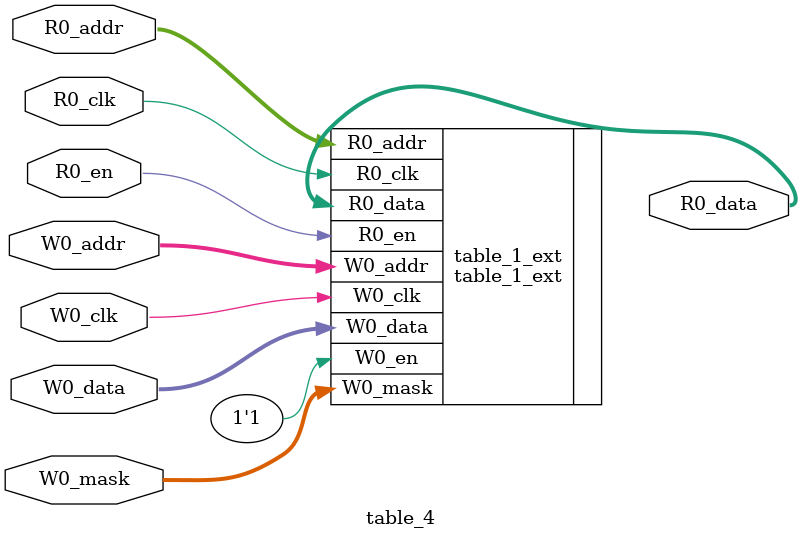
<source format=sv>
module table_4(	// @[generators/boom/src/main/scala/v3/ifu/bpd/tage.scala:91:27]
  input  [6:0]  R0_addr,
  input         R0_en,
  input         R0_clk,
  output [51:0] R0_data,
  input  [6:0]  W0_addr,
  input         W0_clk,
  input  [51:0] W0_data,
  input  [3:0]  W0_mask
);

  table_1_ext table_1_ext (	// @[generators/boom/src/main/scala/v3/ifu/bpd/tage.scala:91:27]
    .R0_addr (R0_addr),
    .R0_en   (R0_en),
    .R0_clk  (R0_clk),
    .R0_data (R0_data),
    .W0_addr (W0_addr),
    .W0_en   (1'h1),	// @[generators/boom/src/main/scala/v3/ifu/bpd/tage.scala:91:27]
    .W0_clk  (W0_clk),
    .W0_data (W0_data),
    .W0_mask (W0_mask)
  );	// @[generators/boom/src/main/scala/v3/ifu/bpd/tage.scala:91:27]
endmodule


</source>
